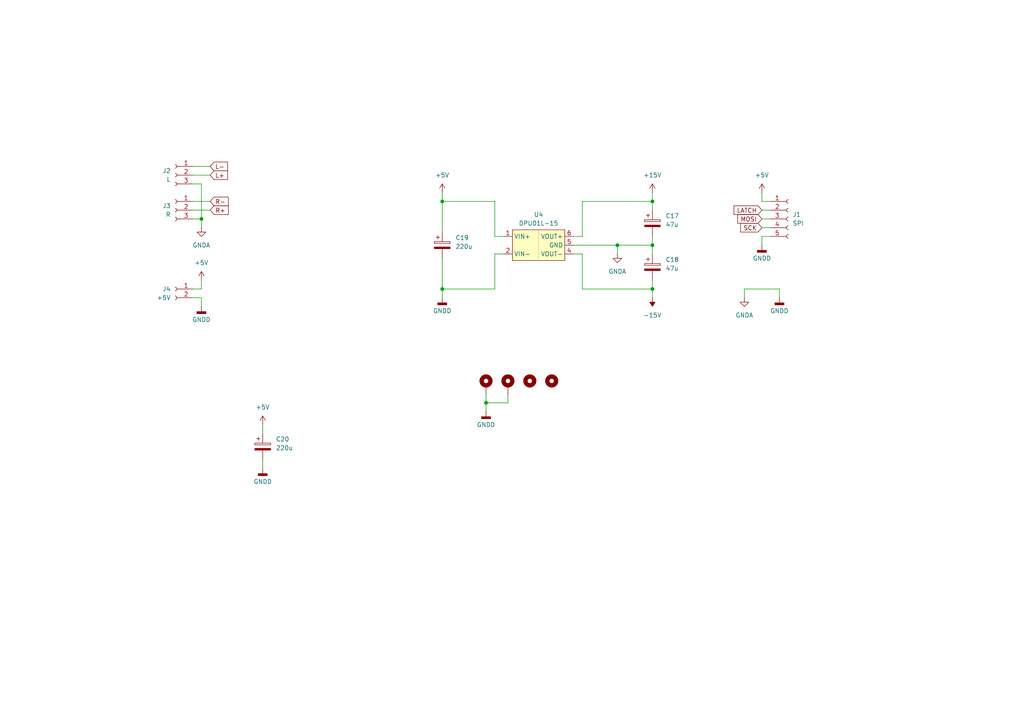
<source format=kicad_sch>
(kicad_sch (version 20250114) (generator "eeschema") (generator_version "9.0")
  (paper "A4")
  (lib_symbols
    (symbol "Connector:Conn_01x02_Socket" (pin_names (offset 1.016) (hide yes))
      (property "Reference" "J" (at 0 2.54 0))
      (property "Value" "Conn_01x02_Socket" (at 0 -5.08 0))
      (symbol "Conn_01x02_Socket_1_1"
        (polyline (pts (xy -1.27 0) (xy -0.508 0)) (stroke (width 0.1524)))
        (polyline (pts (xy -1.27 -2.54) (xy -0.508 -2.54)) (stroke (width 0.1524)))
        (arc (start 0 -0.508) (mid -0.5058 0) (end 0 0.508) (stroke (width 0.1524)))
        (arc (start 0 -3.048) (mid -0.5058 -2.54) (end 0 -2.032) (stroke (width 0.1524)))
        (pin passive line (at -5.08 0 0) (length 3.81) (name "Pin_1") (number "1"))
        (pin passive line (at -5.08 -2.54 0) (length 3.81) (name "Pin_2") (number "2"))
      )
    )
    (symbol "Connector:Conn_01x03_Socket" (pin_names (offset 1.016) (hide yes))
      (property "Reference" "J" (at 0 5.08 0))
      (property "Value" "Conn_01x03_Socket" (at 0 -5.08 0))
      (symbol "Conn_01x03_Socket_1_1"
        (polyline (pts (xy -1.27 2.54) (xy -0.508 2.54)) (stroke (width 0.1524)))
        (polyline (pts (xy -1.27 0) (xy -0.508 0)) (stroke (width 0.1524)))
        (polyline (pts (xy -1.27 -2.54) (xy -0.508 -2.54)) (stroke (width 0.1524)))
        (arc (start 0 2.032) (mid -0.5058 2.54) (end 0 3.048) (stroke (width 0.1524)))
        (arc (start 0 -0.508) (mid -0.5058 0) (end 0 0.508) (stroke (width 0.1524)))
        (arc (start 0 -3.048) (mid -0.5058 -2.54) (end 0 -2.032) (stroke (width 0.1524)))
        (pin passive line (at -5.08 2.54 0) (length 3.81) (name "Pin_1") (number "1"))
        (pin passive line (at -5.08 0 0) (length 3.81) (name "Pin_2") (number "2"))
        (pin passive line (at -5.08 -2.54 0) (length 3.81) (name "Pin_3") (number "3"))
      )
    )
    (symbol "Connector:Conn_01x05_Socket" (pin_names (offset 1.016) (hide yes))
      (property "Reference" "J" (at 0 7.62 0))
      (property "Value" "Conn_01x05_Socket" (at 0 -7.62 0))
      (symbol "Conn_01x05_Socket_1_1"
        (polyline (pts (xy -1.27 5.08) (xy -0.508 5.08)) (stroke (width 0.1524)))
        (polyline (pts (xy -1.27 2.54) (xy -0.508 2.54)) (stroke (width 0.1524)))
        (polyline (pts (xy -1.27 0) (xy -0.508 0)) (stroke (width 0.1524)))
        (polyline (pts (xy -1.27 -2.54) (xy -0.508 -2.54)) (stroke (width 0.1524)))
        (polyline (pts (xy -1.27 -5.08) (xy -0.508 -5.08)) (stroke (width 0.1524)))
        (arc (start 0 4.572) (mid -0.5058 5.08) (end 0 5.588) (stroke (width 0.1524)))
        (arc (start 0 2.032) (mid -0.5058 2.54) (end 0 3.048) (stroke (width 0.1524)))
        (arc (start 0 -0.508) (mid -0.5058 0) (end 0 0.508) (stroke (width 0.1524)))
        (arc (start 0 -3.048) (mid -0.5058 -2.54) (end 0 -2.032) (stroke (width 0.1524)))
        (arc (start 0 -5.588) (mid -0.5058 -5.08) (end 0 -4.572) (stroke (width 0.1524)))
        (pin passive line (at -5.08 5.08 0) (length 3.81) (name "Pin_1") (number "1"))
        (pin passive line (at -5.08 2.54 0) (length 3.81) (name "Pin_2") (number "2"))
        (pin passive line (at -5.08 0 0) (length 3.81) (name "Pin_3") (number "3"))
        (pin passive line (at -5.08 -2.54 0) (length 3.81) (name "Pin_4") (number "4"))
        (pin passive line (at -5.08 -5.08 0) (length 3.81) (name "Pin_5") (number "5"))
      )
    )
    (symbol "Custom_Symbols:DPU01L-15"
      (property "Reference" "U" (at 0 3.302 0))
      (property "Value" "DPU01L-15" (at 0 -8.636 0))
      (symbol "DPU01L-15_0_0"
        (pin power_in line (at -10.16 0 0) (length 2.54) (name "VIN+") (number "1"))
        (pin power_in line (at -10.16 -5.08 0) (length 2.54) (name "VIN-") (number "2"))
      )
      (symbol "DPU01L-15_1_0"
        (pin power_out line (at 10.16 0 180) (length 2.54) (name "VOUT+") (number "6"))
        (pin power_out line (at 10.16 -2.54 180) (length 2.54) (name "GND") (number "5"))
        (pin power_out line (at 10.16 -5.08 180) (length 2.54) (name "VOUT-") (number "4"))
      )
      (symbol "DPU01L-15_1_1"
        (rectangle (start -7.62 1.905) (end 7.62 -6.985) (fill (type background)))
        (polyline (pts (xy 0 1.905) (xy 0 -6.985)) (stroke (width 0) (type dot)))
      )
    )
    (symbol "Device:C_Polarized" (pin_numbers (hide yes)) (pin_names (offset 0.254))
      (property "Reference" "C" (at 0.635 2.54 0))
      (property "Value" "C_Polarized" (at 0.635 -2.54 0))
      (symbol "C_Polarized_0_1"
        (rectangle (start -2.286 0.508) (end 2.286 1.016))
        (polyline (pts (xy -1.778 2.286) (xy -0.762 2.286)))
        (polyline (pts (xy -1.27 2.794) (xy -1.27 1.778)))
        (rectangle (start 2.286 -0.508) (end -2.286 -1.016) (fill (type outline)))
      )
      (symbol "C_Polarized_1_1"
        (pin passive line (at 0 3.81 270) (length 2.794) (name "~") (number "1"))
        (pin passive line (at 0 -3.81 90) (length 2.794) (name "~") (number "2"))
      )
    )
    (symbol "Mechanical:MountingHole" (pin_names (offset 1.016)) (exclude_from_sim yes) (in_bom no)
      (property "Reference" "H" (at 0 5.08 0))
      (property "Value" "MountingHole" (at 0 3.175 0))
      (symbol "MountingHole_0_1"
        (circle (center 0 0) (radius 1.27) (stroke (width 1.27)))
      )
    )
    (symbol "Mechanical:MountingHole_Pad" (pin_numbers (hide yes)) (pin_names (offset 1.016) (hide yes)) (exclude_from_sim yes) (in_bom no)
      (property "Reference" "H" (at 0 6.35 0))
      (property "Value" "MountingHole_Pad" (at 0 4.445 0))
      (symbol "MountingHole_Pad_0_1"
        (circle (center 0 1.27) (radius 1.27) (stroke (width 1.27)))
      )
      (symbol "MountingHole_Pad_1_1"
        (pin input line (at 0 -2.54 90) (length 2.54) (name "1") (number "1"))
      )
    )
    (symbol "power:+15V" (power) (pin_numbers (hide yes)) (pin_names (offset 0) (hide yes))
      (property "Value" "+15V" (at 0 3.556 0))
      (symbol "+15V_0_1"
        (polyline (pts (xy -0.762 1.27) (xy 0 2.54)))
        (polyline (pts (xy 0 2.54) (xy 0.762 1.27)))
        (polyline (pts (xy 0 0) (xy 0 2.54)))
      )
      (symbol "+15V_1_1"
        (pin power_in line (at 0 0 90) (length 0) (name "~") (number "1"))
      )
    )
    (symbol "power:+5V" (power) (pin_numbers (hide yes)) (pin_names (offset 0) (hide yes))
      (property "Value" "+5V" (at 0 3.556 0))
      (symbol "+5V_0_1"
        (polyline (pts (xy -0.762 1.27) (xy 0 2.54)))
        (polyline (pts (xy 0 2.54) (xy 0.762 1.27)))
        (polyline (pts (xy 0 0) (xy 0 2.54)))
      )
      (symbol "+5V_1_1"
        (pin power_in line (at 0 0 90) (length 0) (name "~") (number "1"))
      )
    )
    (symbol "power:-15V" (power) (pin_numbers (hide yes)) (pin_names (offset 0) (hide yes))
      (property "Value" "-15V" (at 0 3.556 0))
      (symbol "-15V_0_0"
        (pin power_in line (at 0 0 90) (length 0) (name "~") (number "1"))
      )
      (symbol "-15V_0_1"
        (polyline (pts (xy 0 0) (xy 0 1.27) (xy 0.762 1.27) (xy 0 2.54) (xy -0.762 1.27) (xy 0 1.27)) (fill (type outline)))
      )
    )
    (symbol "power:GNDA" (power) (pin_numbers (hide yes)) (pin_names (offset 0) (hide yes))
      (property "Value" "GNDA" (at 0 -3.81 0))
      (symbol "GNDA_0_1"
        (polyline (pts (xy 0 0) (xy 0 -1.27) (xy 1.27 -1.27) (xy 0 -2.54) (xy -1.27 -1.27) (xy 0 -1.27)))
      )
      (symbol "GNDA_1_1"
        (pin power_in line (at 0 0 270) (length 0) (name "~") (number "1"))
      )
    )
    (symbol "power:GNDD" (power) (pin_numbers (hide yes)) (pin_names (offset 0) (hide yes))
      (property "Value" "GNDD" (at 0 -3.175 0))
      (symbol "GNDD_0_1"
        (rectangle (start -1.27 -1.524) (end 1.27 -2.032) (stroke (width 0.254)) (fill (type outline)))
        (polyline (pts (xy 0 0) (xy 0 -1.524)))
      )
      (symbol "GNDD_1_1"
        (pin power_in line (at 0 0 270) (length 0) (name "~") (number "1"))
      )
    )
  )
  (junction (at 140.97 116.84))
  (junction (at 179.07 71.12))
  (junction (at 189.23 71.12))
  (junction (at 128.27 83.82))
  (junction (at 58.42 63.5))
  (junction (at 189.23 83.82))
  (junction (at 128.27 58.42))
  (junction (at 189.23 58.42))
  (wire (pts (xy 58.42 81.28) (xy 58.42 83.82)))
  (wire (pts (xy 55.88 48.26) (xy 60.96 48.26)))
  (wire (pts (xy 140.97 116.84) (xy 140.97 119.38)))
  (wire (pts (xy 220.98 63.5) (xy 223.52 63.5)))
  (wire (pts (xy 55.88 63.5) (xy 58.42 63.5)))
  (wire (pts (xy 128.27 58.42) (xy 143.51 58.42)))
  (wire (pts (xy 168.91 83.82) (xy 189.23 83.82)))
  (wire (pts (xy 128.27 58.42) (xy 128.27 67.31)))
  (wire (pts (xy 58.42 63.5) (xy 58.42 66.04)))
  (wire (pts (xy 143.51 68.58) (xy 143.51 58.42)))
  (wire (pts (xy 220.98 60.96) (xy 223.52 60.96)))
  (wire (pts (xy 168.91 73.66) (xy 168.91 83.82)))
  (wire (pts (xy 226.06 83.82) (xy 226.06 86.36)))
  (wire (pts (xy 189.23 55.88) (xy 189.23 58.42)))
  (wire (pts (xy 220.98 68.58) (xy 220.98 71.12)))
  (wire (pts (xy 220.98 66.04) (xy 223.52 66.04)))
  (wire (pts (xy 189.23 83.82) (xy 189.23 86.36)))
  (wire (pts (xy 220.98 55.88) (xy 220.98 58.42)))
  (wire (pts (xy 168.91 68.58) (xy 168.91 58.42)))
  (wire (pts (xy 55.88 83.82) (xy 58.42 83.82)))
  (wire (pts (xy 189.23 83.82) (xy 189.23 81.28)))
  (wire (pts (xy 58.42 86.36) (xy 58.42 88.9)))
  (wire (pts (xy 146.05 68.58) (xy 143.51 68.58)))
  (wire (pts (xy 166.37 68.58) (xy 168.91 68.58)))
  (wire (pts (xy 179.07 71.12) (xy 189.23 71.12)))
  (wire (pts (xy 166.37 71.12) (xy 179.07 71.12)))
  (wire (pts (xy 128.27 83.82) (xy 143.51 83.82)))
  (wire (pts (xy 215.9 83.82) (xy 226.06 83.82)))
  (wire (pts (xy 223.52 58.42) (xy 220.98 58.42)))
  (wire (pts (xy 223.52 68.58) (xy 220.98 68.58)))
  (wire (pts (xy 55.88 60.96) (xy 60.96 60.96)))
  (wire (pts (xy 128.27 55.88) (xy 128.27 58.42)))
  (wire (pts (xy 76.2 133.35) (xy 76.2 135.89)))
  (wire (pts (xy 189.23 68.58) (xy 189.23 71.12)))
  (wire (pts (xy 143.51 73.66) (xy 146.05 73.66)))
  (wire (pts (xy 147.32 114.3) (xy 147.32 116.84)))
  (wire (pts (xy 140.97 116.84) (xy 140.97 114.3)))
  (wire (pts (xy 189.23 71.12) (xy 189.23 73.66)))
  (wire (pts (xy 189.23 58.42) (xy 189.23 60.96)))
  (wire (pts (xy 128.27 83.82) (xy 128.27 86.36)))
  (wire (pts (xy 143.51 83.82) (xy 143.51 73.66)))
  (wire (pts (xy 58.42 63.5) (xy 58.42 53.34)))
  (wire (pts (xy 147.32 116.84) (xy 140.97 116.84)))
  (wire (pts (xy 55.88 58.42) (xy 60.96 58.42)))
  (wire (pts (xy 58.42 53.34) (xy 55.88 53.34)))
  (wire (pts (xy 179.07 73.66) (xy 179.07 71.12)))
  (wire (pts (xy 128.27 74.93) (xy 128.27 83.82)))
  (wire (pts (xy 166.37 73.66) (xy 168.91 73.66)))
  (wire (pts (xy 76.2 123.19) (xy 76.2 125.73)))
  (wire (pts (xy 55.88 86.36) (xy 58.42 86.36)))
  (wire (pts (xy 215.9 83.82) (xy 215.9 86.36)))
  (wire (pts (xy 55.88 50.8) (xy 60.96 50.8)))
  (wire (pts (xy 168.91 58.42) (xy 189.23 58.42)))
  (global_label "R-" (shape input) (at 60.96 58.42 0) (property "Intersheetrefs" "${INTERSHEET_REFS}" (effects (hide yes))))
  (global_label "L+" (shape input) (at 60.96 50.8 0) (property "Intersheetrefs" "${INTERSHEET_REFS}" (effects (hide yes))))
  (global_label "SCK" (shape input) (at 220.98 66.04 180) (property "Intersheetrefs" "${INTERSHEET_REFS}" (effects (hide yes))))
  (global_label "LATCH" (shape input) (at 220.98 60.96 180) (property "Intersheetrefs" "${INTERSHEET_REFS}" (effects (hide yes))))
  (global_label "R+" (shape input) (at 60.96 60.96 0) (property "Intersheetrefs" "${INTERSHEET_REFS}" (effects (hide yes))))
  (global_label "L-" (shape input) (at 60.96 48.26 0) (property "Intersheetrefs" "${INTERSHEET_REFS}" (effects (hide yes))))
  (global_label "MOSI" (shape input) (at 220.98 63.5 180) (property "Intersheetrefs" "${INTERSHEET_REFS}" (effects (hide yes))))
  (symbol (lib_id "power:GNDD") (at 226.06 86.36 0) (unit 1)
    (property "Reference" "#PWR017" (effects (hide yes)))
    (property "Value" "GNDD" (at 226.06 90.17 0))
    (property "Description" "Power symbol creates a global label with name \"GNDD\" , digital ground" (effects (hide yes)))
  )
  (symbol (lib_id "power:GNDD") (at 58.42 88.9 0) (unit 1)
    (property "Reference" "#PWR023" (effects (hide yes)))
    (property "Value" "GNDD" (at 58.42 92.71 0))
    (property "Description" "Power symbol creates a global label with name \"GNDD\" , digital ground" (effects (hide yes)))
  )
  (symbol (lib_id "power:+5V") (at 76.2 123.19 0) (unit 1)
    (property "Reference" "#PWR09" (effects (hide yes)))
    (property "Value" "+5V" (at 76.2 118.11 0))
    (property "Description" "Power symbol creates a global label with name \"+5V\"" (effects (hide yes)))
  )
  (symbol (lib_id "Device:C_Polarized") (at 76.2 129.54 0) (unit 1)
    (property "Reference" "C20" (at 80.01 127.3809 0) (effects (justify left)))
    (property "Value" "220u" (at 80.01 129.9209 0) (effects (justify left)))
    (property "Footprint" "Capacitor_THT:CP_Radial_D8.0mm_P3.50mm" (effects (hide yes)))
    (property "Description" "Polarized capacitor" (effects (hide yes)))
  )
  (symbol (lib_id "Connector:Conn_01x03_Socket") (at 50.8 50.8 0) (mirror y) (unit 1)
    (property "Reference" "J2" (at 49.53 49.5299 0) (effects (justify left)))
    (property "Value" "L" (at 49.53 52.0699 0) (effects (justify left)))
    (property "Footprint" "Connector_JST:JST_XH_B3B-XH-A_1x03_P2.50mm_Vertical" (effects (hide yes)))
    (property "Description" "Generic connector, single row, 01x03, script generated" (effects (hide yes)))
  )
  (symbol (lib_id "power:+5V") (at 58.42 81.28 0) (unit 1)
    (property "Reference" "#PWR024" (effects (hide yes)))
    (property "Value" "+5V" (at 58.42 76.2 0))
    (property "Description" "Power symbol creates a global label with name \"+5V\"" (effects (hide yes)))
  )
  (symbol (lib_id "power:GNDD") (at 128.27 86.36 0) (unit 1)
    (property "Reference" "#PWR021" (effects (hide yes)))
    (property "Value" "GNDD" (at 128.27 90.17 0))
    (property "Description" "Power symbol creates a global label with name \"GNDD\" , digital ground" (effects (hide yes)))
  )
  (symbol (lib_id "Mechanical:MountingHole_Pad") (at 140.97 111.76 0) (unit 1) (exclude_from_sim yes) (in_bom no)
    (property "Reference" "H1" (effects (hide yes)))
    (property "Value" "MountingHole_Pad" (effects (hide yes)))
    (property "Footprint" "MountingHole:MountingHole_3.2mm_M3_DIN965_Pad_TopOnly" (effects (hide yes)))
    (property "Description" "Mounting Hole with connection" (effects (hide yes)))
  )
  (symbol (lib_id "Device:C_Polarized") (at 189.23 77.47 0) (unit 1)
    (property "Reference" "C18" (at 193.04 75.3109 0) (effects (justify left)))
    (property "Value" "47u" (at 193.04 77.8509 0) (effects (justify left)))
    (property "Footprint" "Capacitor_THT:CP_Radial_D6.3mm_P2.50mm" (effects (hide yes)))
    (property "Description" "Polarized capacitor" (effects (hide yes)))
  )
  (symbol (lib_id "power:GNDA") (at 215.9 86.36 0) (unit 1)
    (property "Reference" "#PWR016" (effects (hide yes)))
    (property "Value" "GNDA" (at 215.9 91.44 0))
    (property "Description" "Power symbol creates a global label with name \"GNDA\" , analog ground" (effects (hide yes)))
  )
  (symbol (lib_id "power:GNDD") (at 140.97 119.38 0) (unit 1)
    (property "Reference" "#PWR031" (effects (hide yes)))
    (property "Value" "GNDD" (at 140.97 123.19 0))
    (property "Description" "Power symbol creates a global label with name \"GNDD\" , digital ground" (effects (hide yes)))
  )
  (symbol (lib_id "Device:C_Polarized") (at 189.23 64.77 0) (unit 1)
    (property "Reference" "C17" (at 193.04 62.6109 0) (effects (justify left)))
    (property "Value" "47u" (at 193.04 65.1509 0) (effects (justify left)))
    (property "Footprint" "Capacitor_THT:CP_Radial_D6.3mm_P2.50mm" (effects (hide yes)))
    (property "Description" "Polarized capacitor" (effects (hide yes)))
  )
  (symbol (lib_id "Connector:Conn_01x03_Socket") (at 50.8 60.96 0) (mirror y) (unit 1)
    (property "Reference" "J3" (at 49.53 59.6899 0) (effects (justify left)))
    (property "Value" "R" (at 49.53 62.2299 0) (effects (justify left)))
    (property "Footprint" "Connector_JST:JST_XH_B3B-XH-A_1x03_P2.50mm_Vertical" (effects (hide yes)))
    (property "Description" "Generic connector, single row, 01x03, script generated" (effects (hide yes)))
  )
  (symbol (lib_id "power:+5V") (at 220.98 55.88 0) (unit 1)
    (property "Reference" "#PWR014" (effects (hide yes)))
    (property "Value" "+5V" (at 220.98 50.8 0))
    (property "Description" "Power symbol creates a global label with name \"+5V\"" (effects (hide yes)))
  )
  (symbol (lib_id "power:+15V") (at 189.23 55.88 0) (unit 1)
    (property "Reference" "#PWR019" (effects (hide yes)))
    (property "Value" "+15V" (at 189.23 50.8 0))
    (property "Description" "Power symbol creates a global label with name \"+15V\"" (effects (hide yes)))
  )
  (symbol (lib_id "power:GNDD") (at 76.2 135.89 0) (unit 1)
    (property "Reference" "#PWR030" (effects (hide yes)))
    (property "Value" "GNDD" (at 76.2 139.7 0))
    (property "Description" "Power symbol creates a global label with name \"GNDD\" , digital ground" (effects (hide yes)))
  )
  (symbol (lib_id "Connector:Conn_01x05_Socket") (at 228.6 63.5 0) (unit 1)
    (property "Reference" "J1" (at 229.87 62.2299 0) (effects (justify left)))
    (property "Value" "SPI" (at 229.87 64.7699 0) (effects (justify left)))
    (property "Footprint" "Connector_JST:JST_XH_B5B-XH-A_1x05_P2.50mm_Vertical" (effects (hide yes)))
    (property "Description" "Generic connector, single row, 01x05, script generated" (effects (hide yes)))
  )
  (symbol (lib_id "Custom_Symbols:DPU01L-15") (at 156.21 68.58 0) (unit 1)
    (property "Reference" "U4" (at 156.21 62.23 0))
    (property "Value" "DPU01L-15" (at 156.21 64.77 0))
    (property "Footprint" "Custom_Symbols:DPU01L-15" (effects (hide yes)))
    (property "Datasheet" "https://static.chipdip.ru/lib/409/DOC016409545.pdf" (effects (hide yes)))
    (property "Description" "DPU01L-15, DC/DC преобразователь, 1Вт, вход 4.5-5.5В, выход 15,-15В/33мA" (effects (hide yes)))
  )
  (symbol (lib_id "power:GNDD") (at 220.98 71.12 0) (unit 1)
    (property "Reference" "#PWR013" (effects (hide yes)))
    (property "Value" "GNDD" (at 220.98 74.93 0))
    (property "Description" "Power symbol creates a global label with name \"GNDD\" , digital ground" (effects (hide yes)))
  )
  (symbol (lib_id "Mechanical:MountingHole_Pad") (at 147.32 111.76 0) (unit 1) (exclude_from_sim yes) (in_bom no)
    (property "Reference" "H2" (effects (hide yes)))
    (property "Value" "MountingHole_Pad" (effects (hide yes)))
    (property "Footprint" "MountingHole:MountingHole_3.2mm_M3_DIN965_Pad_TopOnly" (effects (hide yes)))
    (property "Description" "Mounting Hole with connection" (effects (hide yes)))
  )
  (symbol (lib_id "power:GNDA") (at 58.42 66.04 0) (unit 1)
    (property "Reference" "#PWR015" (effects (hide yes)))
    (property "Value" "GNDA" (at 58.42 71.12 0))
    (property "Description" "Power symbol creates a global label with name \"GNDA\" , analog ground" (effects (hide yes)))
  )
  (symbol (lib_id "power:GNDA") (at 179.07 73.66 0) (unit 1)
    (property "Reference" "#PWR018" (effects (hide yes)))
    (property "Value" "GNDA" (at 179.07 78.74 0))
    (property "Description" "Power symbol creates a global label with name \"GNDA\" , analog ground" (effects (hide yes)))
  )
  (symbol (lib_id "Device:C_Polarized") (at 128.27 71.12 0) (unit 1)
    (property "Reference" "C19" (at 132.08 68.9609 0) (effects (justify left)))
    (property "Value" "220u" (at 132.08 71.5009 0) (effects (justify left)))
    (property "Footprint" "Capacitor_THT:CP_Radial_D8.0mm_P3.50mm" (effects (hide yes)))
    (property "Description" "Polarized capacitor" (effects (hide yes)))
  )
  (symbol (lib_id "Mechanical:MountingHole") (at 160.02 110.49 0) (unit 1) (exclude_from_sim yes) (in_bom no)
    (property "Reference" "H4" (effects (hide yes)))
    (property "Value" "MountingHole_Pad" (effects (hide yes)))
    (property "Footprint" "MountingHole:MountingHole_3.2mm_M3_DIN965_Pad_TopOnly" (effects (hide yes)))
    (property "Description" "Mounting Hole without connection" (effects (hide yes)))
  )
  (symbol (lib_id "power:-15V") (at 189.23 86.36 180) (unit 1)
    (property "Reference" "#PWR020" (effects (hide yes)))
    (property "Value" "-15V" (at 189.23 91.44 0))
    (property "Description" "Power symbol creates a global label with name \"-15V\"" (effects (hide yes)))
  )
  (symbol (lib_id "Connector:Conn_01x02_Socket") (at 50.8 83.82 0) (mirror y) (unit 1)
    (property "Reference" "J4" (at 49.53 83.8199 0) (effects (justify left)))
    (property "Value" "+5V" (at 49.53 86.3599 0) (effects (justify left)))
    (property "Footprint" "Connector_JST:JST_XH_B2B-XH-A_1x02_P2.50mm_Vertical" (effects (hide yes)))
    (property "Description" "Generic connector, single row, 01x02, script generated" (effects (hide yes)))
  )
  (symbol (lib_id "Mechanical:MountingHole") (at 153.67 110.49 0) (unit 1) (exclude_from_sim yes) (in_bom no)
    (property "Reference" "H3" (effects (hide yes)))
    (property "Value" "MountingHole_Pad" (effects (hide yes)))
    (property "Footprint" "MountingHole:MountingHole_3.2mm_M3_DIN965_Pad_TopOnly" (effects (hide yes)))
    (property "Description" "Mounting Hole without connection" (effects (hide yes)))
  )
  (symbol (lib_id "power:+5V") (at 128.27 55.88 0) (unit 1)
    (property "Reference" "#PWR022" (effects (hide yes)))
    (property "Value" "+5V" (at 128.27 50.8 0))
    (property "Description" "Power symbol creates a global label with name \"+5V\"" (effects (hide yes)))
  )
)
</source>
